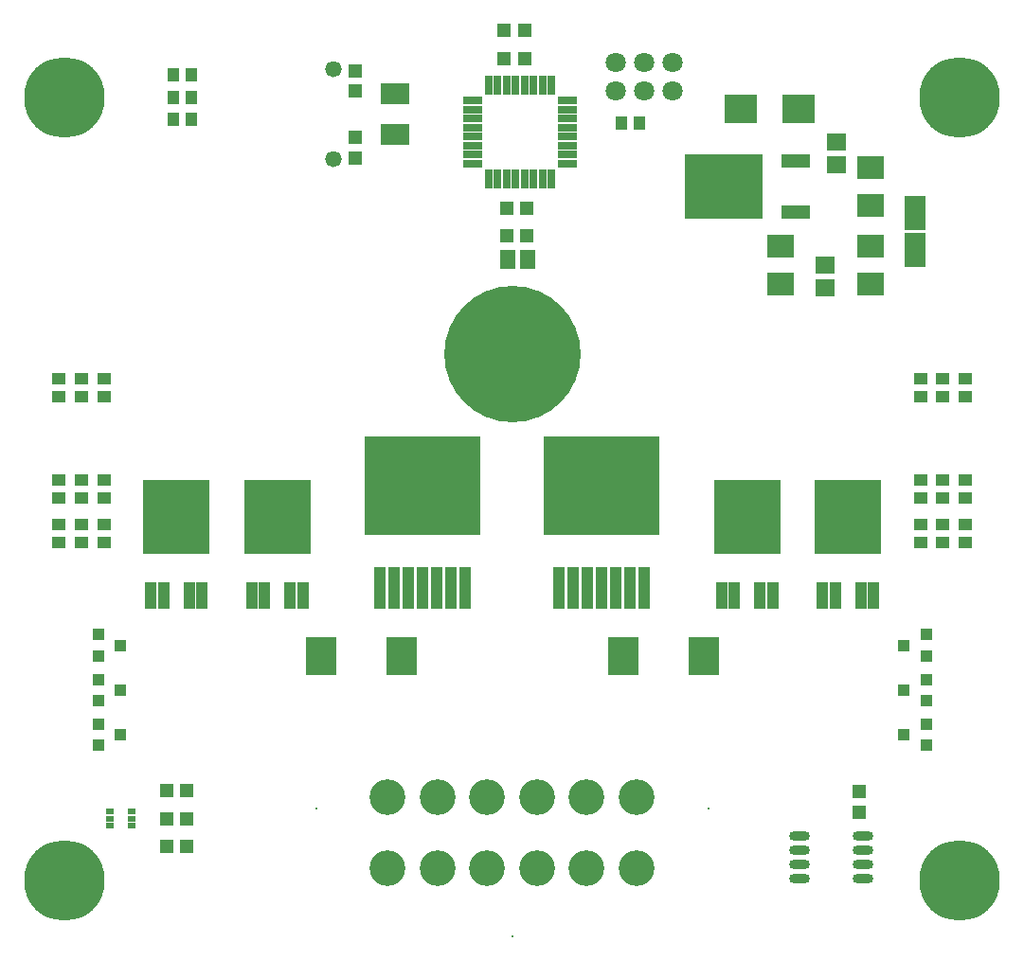
<source format=gts>
G04 Layer_Color=8388736*
%FSLAX25Y25*%
%MOIN*%
G70*
G01*
G75*
%ADD52R,0.05118X0.05118*%
%ADD53R,0.06890X0.06102*%
%ADD54R,0.11693X0.10039*%
%ADD55R,0.05118X0.05118*%
%ADD56R,0.04331X0.04724*%
%ADD57R,0.04724X0.04331*%
%ADD58R,0.04331X0.03937*%
%ADD59R,0.10236X0.04724*%
%ADD60R,0.27559X0.22638*%
%ADD61R,0.09449X0.07874*%
%ADD62R,0.07480X0.12205*%
%ADD63R,0.11024X0.13386*%
%ADD64R,0.05236X0.06575*%
%ADD65R,0.03937X0.09449*%
%ADD66R,0.23622X0.25984*%
%ADD67R,0.40748X0.35039*%
%ADD68R,0.04134X0.14764*%
%ADD69R,0.06693X0.02953*%
%ADD70R,0.02953X0.06693*%
%ADD71R,0.03150X0.02362*%
%ADD72O,0.07284X0.03347*%
%ADD73R,0.10236X0.07480*%
%ADD74C,0.48031*%
%ADD75C,0.00787*%
%ADD76C,0.12598*%
%ADD77C,0.28346*%
%ADD78C,0.07087*%
%ADD79C,0.05787*%
D52*
X318898Y63386D02*
D03*
Y70472D02*
D03*
X141732Y317323D02*
D03*
Y324409D02*
D03*
X141732Y300787D02*
D03*
Y293701D02*
D03*
D53*
X307087Y248031D02*
D03*
Y255906D02*
D03*
X311024Y291339D02*
D03*
Y299213D02*
D03*
D54*
X297520Y311024D02*
D03*
X277284D02*
D03*
D55*
X201181Y338583D02*
D03*
X194095D02*
D03*
X201181Y328740D02*
D03*
X194095D02*
D03*
X194882Y275984D02*
D03*
X201969D02*
D03*
X194882Y266142D02*
D03*
X201969D02*
D03*
X82284Y70866D02*
D03*
X75197D02*
D03*
X82284Y51181D02*
D03*
X75197D02*
D03*
X82284Y61024D02*
D03*
X75197D02*
D03*
D56*
X235433Y305906D02*
D03*
X241732D02*
D03*
X83858Y307087D02*
D03*
X77559D02*
D03*
X83858Y314961D02*
D03*
X77559D02*
D03*
X83858Y322835D02*
D03*
X77559D02*
D03*
D57*
X53150Y180315D02*
D03*
Y174016D02*
D03*
Y158268D02*
D03*
Y164567D02*
D03*
X45276Y158268D02*
D03*
Y164567D02*
D03*
Y180315D02*
D03*
Y174016D02*
D03*
X37402Y158268D02*
D03*
Y164567D02*
D03*
Y180315D02*
D03*
Y174016D02*
D03*
X340551Y180315D02*
D03*
Y174016D02*
D03*
Y158268D02*
D03*
Y164567D02*
D03*
X348425Y158268D02*
D03*
Y164567D02*
D03*
Y180315D02*
D03*
Y174016D02*
D03*
X356299Y180315D02*
D03*
Y174016D02*
D03*
Y158268D02*
D03*
Y164567D02*
D03*
X53150Y215748D02*
D03*
Y209449D02*
D03*
X45276Y215748D02*
D03*
Y209449D02*
D03*
X37402Y215748D02*
D03*
Y209449D02*
D03*
X356299Y215748D02*
D03*
Y209449D02*
D03*
X348425Y215748D02*
D03*
Y209449D02*
D03*
X340551Y215748D02*
D03*
Y209449D02*
D03*
D58*
X342520Y118307D02*
D03*
Y125787D02*
D03*
X334646Y122047D02*
D03*
Y106299D02*
D03*
X342520Y110039D02*
D03*
Y102559D02*
D03*
X51181Y110039D02*
D03*
Y102559D02*
D03*
X59055Y106299D02*
D03*
Y122047D02*
D03*
X51181Y118307D02*
D03*
Y125787D02*
D03*
X342520Y86811D02*
D03*
Y94291D02*
D03*
X334646Y90551D02*
D03*
X59055Y90551D02*
D03*
X51181Y86811D02*
D03*
Y94291D02*
D03*
D59*
X296457Y274488D02*
D03*
Y292441D02*
D03*
D60*
X271260Y283465D02*
D03*
D61*
X322835Y262598D02*
D03*
Y249213D02*
D03*
X291339Y249213D02*
D03*
Y262598D02*
D03*
X322835Y290158D02*
D03*
Y276772D02*
D03*
D62*
X338583Y274311D02*
D03*
Y261122D02*
D03*
D63*
X235827Y118110D02*
D03*
X264173D02*
D03*
X157874D02*
D03*
X129528D02*
D03*
D64*
X202303Y257874D02*
D03*
X195335D02*
D03*
D65*
X305984Y139567D02*
D03*
X310472D02*
D03*
X319449D02*
D03*
X323937D02*
D03*
X270551D02*
D03*
X275039D02*
D03*
X284016D02*
D03*
X288504D02*
D03*
X105197D02*
D03*
X109685D02*
D03*
X118661D02*
D03*
X123150D02*
D03*
X69764Y139567D02*
D03*
X74252D02*
D03*
X83228D02*
D03*
X87717D02*
D03*
D66*
X314961Y167126D02*
D03*
X279528D02*
D03*
X114173D02*
D03*
X78740Y167126D02*
D03*
D67*
X228346Y178347D02*
D03*
X165354D02*
D03*
D68*
X243347Y142126D02*
D03*
X238347D02*
D03*
X233347D02*
D03*
X228346D02*
D03*
X223346D02*
D03*
X218347D02*
D03*
X213347D02*
D03*
X180354D02*
D03*
X175354D02*
D03*
X170354D02*
D03*
X165354D02*
D03*
X160354D02*
D03*
X155354D02*
D03*
X150354D02*
D03*
D69*
X216142Y313779D02*
D03*
Y310630D02*
D03*
Y307480D02*
D03*
Y304331D02*
D03*
Y301181D02*
D03*
Y298031D02*
D03*
Y294882D02*
D03*
Y291732D02*
D03*
X183071D02*
D03*
Y294882D02*
D03*
Y298031D02*
D03*
Y301181D02*
D03*
Y304331D02*
D03*
Y307480D02*
D03*
Y310630D02*
D03*
Y313779D02*
D03*
D70*
X210630Y286221D02*
D03*
X207480D02*
D03*
X204331D02*
D03*
X201181D02*
D03*
X198031D02*
D03*
X194882D02*
D03*
X191732D02*
D03*
X188583D02*
D03*
Y319291D02*
D03*
X191732D02*
D03*
X194882D02*
D03*
X198031D02*
D03*
X201181D02*
D03*
X204331D02*
D03*
X207480D02*
D03*
X210630D02*
D03*
D71*
X55315Y63583D02*
D03*
Y61024D02*
D03*
Y58465D02*
D03*
X62795D02*
D03*
Y61024D02*
D03*
Y63583D02*
D03*
D72*
X297933Y54744D02*
D03*
Y49744D02*
D03*
Y44744D02*
D03*
Y39744D02*
D03*
X320177Y54744D02*
D03*
Y49744D02*
D03*
Y44744D02*
D03*
Y39744D02*
D03*
D73*
X155512Y301772D02*
D03*
Y316339D02*
D03*
D74*
X196850Y224410D02*
D03*
D75*
X265900Y64685D02*
D03*
X127800D02*
D03*
X196850Y19685D02*
D03*
D76*
X153056Y43685D02*
D03*
X205556D02*
D03*
X170556D02*
D03*
X188056D02*
D03*
Y68685D02*
D03*
X170556D02*
D03*
X205556D02*
D03*
X153056D02*
D03*
X240556D02*
D03*
X223056D02*
D03*
Y43685D02*
D03*
X240556D02*
D03*
D77*
X354331Y314961D02*
D03*
Y39370D02*
D03*
X39370D02*
D03*
Y314961D02*
D03*
D78*
X233307Y317165D02*
D03*
X253307D02*
D03*
X243307D02*
D03*
Y327165D02*
D03*
X253307D02*
D03*
X233307D02*
D03*
D79*
X209842Y237402D02*
D03*
X215551Y224410D02*
D03*
X196850Y205709D02*
D03*
X178150Y224410D02*
D03*
X196850Y243110D02*
D03*
X183858Y237402D02*
D03*
Y211417D02*
D03*
X209842D02*
D03*
X309055Y174016D02*
D03*
X314961Y167126D02*
D03*
X309055Y160236D02*
D03*
X320866D02*
D03*
Y174016D02*
D03*
X273622D02*
D03*
X279528Y167126D02*
D03*
X273622Y160236D02*
D03*
X285433D02*
D03*
Y174016D02*
D03*
X108268D02*
D03*
X114173Y167126D02*
D03*
X108268Y160236D02*
D03*
X120079D02*
D03*
Y174016D02*
D03*
X72835Y174016D02*
D03*
X78740Y167126D02*
D03*
X72835Y160236D02*
D03*
X84646D02*
D03*
Y174016D02*
D03*
X240158Y172244D02*
D03*
Y186024D02*
D03*
X234252Y179134D02*
D03*
X222441D02*
D03*
X216535Y186024D02*
D03*
Y172244D02*
D03*
X228346D02*
D03*
Y186024D02*
D03*
X177165Y172244D02*
D03*
Y186024D02*
D03*
X171260Y179134D02*
D03*
X159449D02*
D03*
X153543Y186024D02*
D03*
Y172244D02*
D03*
X165354D02*
D03*
Y186024D02*
D03*
X133858Y324803D02*
D03*
Y293307D02*
D03*
M02*

</source>
